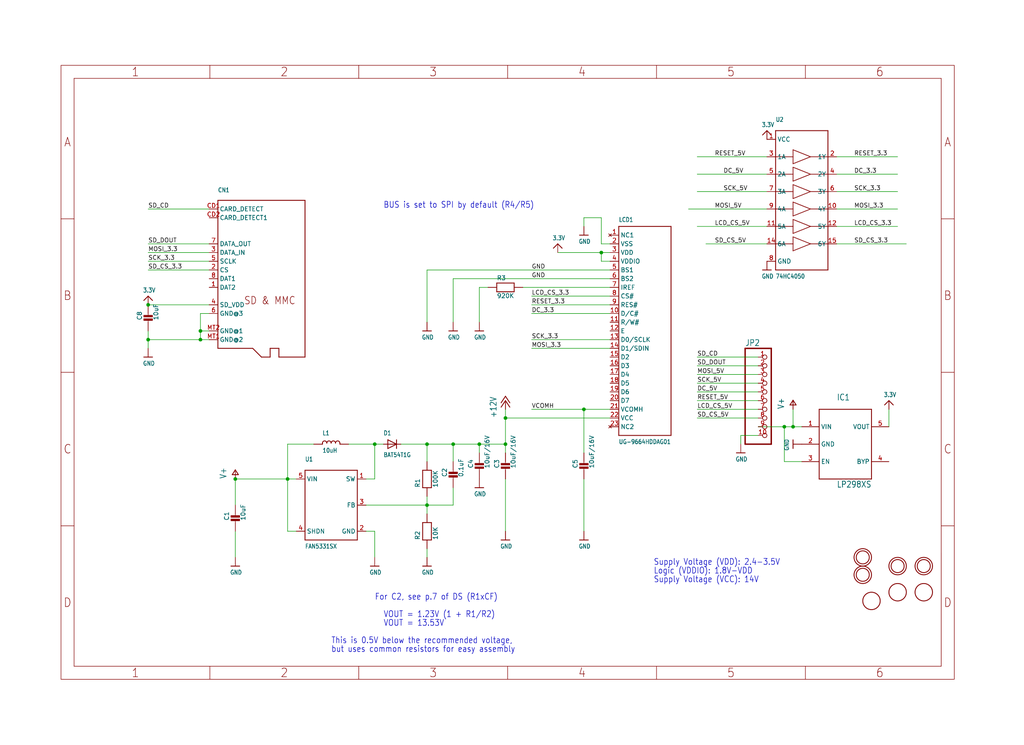
<source format=kicad_sch>
(kicad_sch (version 20230121) (generator eeschema)
  (paper "User" 298.45 217.322)
  (lib_symbols
    (symbol "working-eagle-import:+12V" (power)
      (property "Value" "+12V" (at -2.54 -5.08 90))
      (symbol "+12V_1_0"
        (polyline (pts (xy 0 0) (xy -1.27 -1.905)) (stroke (width 0.254)))
        (polyline (pts (xy 0 1.27) (xy -1.27 -0.635)) (stroke (width 0.254)))
        (polyline (pts (xy 1.27 -1.905) (xy 0 0)) (stroke (width 0.254)))
        (polyline (pts (xy 1.27 -0.635) (xy 0 1.27)) (stroke (width 0.254)))
        (pin power_in line (at 0 -2.54 90) (length 2.54) (name "+12V") (number "1"))
      )
    )
    (symbol "working-eagle-import:3.3V" (power)
      (property "Value" "3.3V" (at -1.524 1.016 0))
      (symbol "3.3V_1_0"
        (polyline (pts (xy -1.27 -1.27) (xy 0 0)) (stroke (width 0.254)))
        (polyline (pts (xy 0 0) (xy 1.27 -1.27)) (stroke (width 0.254)))
        (pin power_in line (at 0 -2.54 90) (length 2.54) (name "3.3V") (number "1"))
      )
    )
    (symbol "working-eagle-import:74HC4050D"
      (property "Reference" "U" (at -7.62 22.86 0))
      (symbol "74HC4050D_1_0"
        (polyline (pts (xy -7.62 -20.32) (xy -7.62 20.32)) (stroke (width 0.254)))
        (polyline (pts (xy -7.62 -12.7) (xy -2.54 -12.7)) (stroke (width 0.2032)))
        (polyline (pts (xy -7.62 -7.62) (xy -2.54 -7.62)) (stroke (width 0.2032)))
        (polyline (pts (xy -7.62 -2.54) (xy -2.54 -2.54)) (stroke (width 0.2032)))
        (polyline (pts (xy -7.62 2.54) (xy -2.54 2.54)) (stroke (width 0.2032)))
        (polyline (pts (xy -7.62 7.62) (xy -2.54 7.62)) (stroke (width 0.2032)))
        (polyline (pts (xy -7.62 12.7) (xy -2.54 12.7)) (stroke (width 0.2032)))
        (polyline (pts (xy -7.62 20.32) (xy 7.62 20.32)) (stroke (width 0.254)))
        (polyline (pts (xy -2.54 -14.732) (xy -2.54 -12.7)) (stroke (width 0.2032)))
        (polyline (pts (xy -2.54 -14.732) (xy 2.54 -12.7)) (stroke (width 0.2032)))
        (polyline (pts (xy -2.54 -12.7) (xy -2.54 -10.668)) (stroke (width 0.2032)))
        (polyline (pts (xy -2.54 -9.652) (xy -2.54 -7.62)) (stroke (width 0.2032)))
        (polyline (pts (xy -2.54 -9.652) (xy 2.54 -7.62)) (stroke (width 0.2032)))
        (polyline (pts (xy -2.54 -7.62) (xy -2.54 -5.588)) (stroke (width 0.2032)))
        (polyline (pts (xy -2.54 -4.572) (xy -2.54 -2.54)) (stroke (width 0.2032)))
        (polyline (pts (xy -2.54 -4.572) (xy 2.54 -2.54)) (stroke (width 0.2032)))
        (polyline (pts (xy -2.54 -2.54) (xy -2.54 -0.508)) (stroke (width 0.2032)))
        (polyline (pts (xy -2.54 0.508) (xy -2.54 2.54)) (stroke (width 0.2032)))
        (polyline (pts (xy -2.54 0.508) (xy 2.54 2.54)) (stroke (width 0.2032)))
        (polyline (pts (xy -2.54 2.54) (xy -2.54 4.572)) (stroke (width 0.2032)))
        (polyline (pts (xy -2.54 5.588) (xy -2.54 7.62)) (stroke (width 0.2032)))
        (polyline (pts (xy -2.54 5.588) (xy 2.54 7.62)) (stroke (width 0.2032)))
        (polyline (pts (xy -2.54 7.62) (xy -2.54 9.652)) (stroke (width 0.2032)))
        (polyline (pts (xy -2.54 10.668) (xy -2.54 12.7)) (stroke (width 0.2032)))
        (polyline (pts (xy -2.54 10.668) (xy 2.54 12.7)) (stroke (width 0.2032)))
        (polyline (pts (xy -2.54 12.7) (xy -2.54 14.732)) (stroke (width 0.2032)))
        (polyline (pts (xy 2.54 -12.7) (xy -2.54 -10.668)) (stroke (width 0.2032)))
        (polyline (pts (xy 2.54 -12.7) (xy 7.62 -12.7)) (stroke (width 0.2032)))
        (polyline (pts (xy 2.54 -7.62) (xy -2.54 -5.588)) (stroke (width 0.2032)))
        (polyline (pts (xy 2.54 -7.62) (xy 7.62 -7.62)) (stroke (width 0.2032)))
        (polyline (pts (xy 2.54 -2.54) (xy -2.54 -0.508)) (stroke (width 0.2032)))
        (polyline (pts (xy 2.54 -2.54) (xy 7.62 -2.54)) (stroke (width 0.2032)))
        (polyline (pts (xy 2.54 2.54) (xy -2.54 4.572)) (stroke (width 0.2032)))
        (polyline (pts (xy 2.54 2.54) (xy 7.62 2.54)) (stroke (width 0.2032)))
        (polyline (pts (xy 2.54 7.62) (xy -2.54 9.652)) (stroke (width 0.2032)))
        (polyline (pts (xy 2.54 7.62) (xy 7.62 7.62)) (stroke (width 0.2032)))
        (polyline (pts (xy 2.54 12.7) (xy -2.54 14.732)) (stroke (width 0.2032)))
        (polyline (pts (xy 2.54 12.7) (xy 7.62 12.7)) (stroke (width 0.2032)))
        (polyline (pts (xy 7.62 -20.32) (xy -7.62 -20.32)) (stroke (width 0.254)))
        (polyline (pts (xy 7.62 12.7) (xy 7.62 -20.32)) (stroke (width 0.254)))
        (polyline (pts (xy 7.62 20.32) (xy 7.62 12.7)) (stroke (width 0.254)))
        (pin bidirectional line (at -10.16 17.78 0) (length 2.54) (name "VCC") (number "1"))
        (pin bidirectional line (at 10.16 -2.54 180) (length 2.54) (name "4Y") (number "10"))
        (pin bidirectional line (at -10.16 -7.62 0) (length 2.54) (name "5A") (number "11"))
        (pin bidirectional line (at 10.16 -7.62 180) (length 2.54) (name "5Y") (number "12"))
        (pin bidirectional line (at -10.16 -12.7 0) (length 2.54) (name "6A") (number "14"))
        (pin bidirectional line (at 10.16 -12.7 180) (length 2.54) (name "6Y") (number "15"))
        (pin bidirectional line (at 10.16 12.7 180) (length 2.54) (name "1Y") (number "2"))
        (pin bidirectional line (at -10.16 12.7 0) (length 2.54) (name "1A") (number "3"))
        (pin bidirectional line (at 10.16 7.62 180) (length 2.54) (name "2Y") (number "4"))
        (pin bidirectional line (at -10.16 7.62 0) (length 2.54) (name "2A") (number "5"))
        (pin bidirectional line (at 10.16 2.54 180) (length 2.54) (name "3Y") (number "6"))
        (pin bidirectional line (at -10.16 2.54 0) (length 2.54) (name "3A") (number "7"))
        (pin bidirectional line (at -10.16 -17.78 0) (length 2.54) (name "GND") (number "8"))
        (pin bidirectional line (at -10.16 -2.54 0) (length 2.54) (name "4A") (number "9"))
      )
    )
    (symbol "working-eagle-import:CAP_CERAMIC0805"
      (property "Reference" "C" (at -1.79 0.54 90))
      (symbol "CAP_CERAMIC0805_1_0"
        (rectangle (start -1.27 0.508) (end 1.27 1.016) (fill (type outline)))
        (rectangle (start -1.27 1.524) (end 1.27 2.032) (fill (type outline)))
        (polyline (pts (xy 0 0.762) (xy 0 0)) (stroke (width 0.1524)))
        (polyline (pts (xy 0 2.54) (xy 0 1.778)) (stroke (width 0.1524)))
        (pin passive line (at 0 5.08 270) (length 2.54) (name "P$1") (number "1"))
        (pin passive line (at 0 -2.54 90) (length 2.54) (name "P$2") (number "2"))
      )
    )
    (symbol "working-eagle-import:DIODESOD-123"
      (property "Reference" "D" (at -2.54 2.54 0))
      (symbol "DIODESOD-123_1_0"
        (polyline (pts (xy -1.27 -1.27) (xy 1.27 0)) (stroke (width 0.254)))
        (polyline (pts (xy -1.27 1.27) (xy -1.27 -1.27)) (stroke (width 0.254)))
        (polyline (pts (xy 1.27 0) (xy -1.27 1.27)) (stroke (width 0.254)))
        (polyline (pts (xy 1.27 0) (xy 1.27 -1.27)) (stroke (width 0.254)))
        (polyline (pts (xy 1.27 1.27) (xy 1.27 0)) (stroke (width 0.254)))
        (pin passive line (at -2.54 0 0) (length 2.54) (name "A") (number "A"))
        (pin passive line (at 2.54 0 180) (length 2.54) (name "C") (number "C"))
      )
    )
    (symbol "working-eagle-import:DISP_OLED_UG-9664HDDAG01WRAPAROUND"
      (property "Reference" "LCD" (at -7.62 31.75 0))
      (symbol "DISP_OLED_UG-9664HDDAG01WRAPAROUND_1_0"
        (polyline (pts (xy -7.62 -30.48) (xy -7.62 30.48)) (stroke (width 0.254)))
        (polyline (pts (xy -7.62 30.48) (xy 7.62 30.48)) (stroke (width 0.254)))
        (polyline (pts (xy 7.62 -30.48) (xy -7.62 -30.48)) (stroke (width 0.254)))
        (polyline (pts (xy 7.62 30.48) (xy 7.62 -30.48)) (stroke (width 0.254)))
        (pin no_connect line (at -10.16 27.94 0) (length 2.54) (name "NC1") (number "1"))
        (pin bidirectional line (at -10.16 5.08 0) (length 2.54) (name "D/C#") (number "10"))
        (pin bidirectional line (at -10.16 2.54 0) (length 2.54) (name "R/W#") (number "11"))
        (pin bidirectional line (at -10.16 0 0) (length 2.54) (name "E") (number "12"))
        (pin bidirectional line (at -10.16 -2.54 0) (length 2.54) (name "D0/SCLK") (number "13"))
        (pin bidirectional line (at -10.16 -5.08 0) (length 2.54) (name "D1/SDIN") (number "14"))
        (pin bidirectional line (at -10.16 -7.62 0) (length 2.54) (name "D2") (number "15"))
        (pin bidirectional line (at -10.16 -10.16 0) (length 2.54) (name "D3") (number "16"))
        (pin bidirectional line (at -10.16 -12.7 0) (length 2.54) (name "D4") (number "17"))
        (pin bidirectional line (at -10.16 -15.24 0) (length 2.54) (name "D5") (number "18"))
        (pin bidirectional line (at -10.16 -17.78 0) (length 2.54) (name "D6") (number "19"))
        (pin bidirectional line (at -10.16 25.4 0) (length 2.54) (name "VSS") (number "2"))
        (pin bidirectional line (at -10.16 -20.32 0) (length 2.54) (name "D7") (number "20"))
        (pin bidirectional line (at -10.16 -22.86 0) (length 2.54) (name "VCOMH") (number "21"))
        (pin bidirectional line (at -10.16 -25.4 0) (length 2.54) (name "VCC") (number "22"))
        (pin no_connect line (at -10.16 -27.94 0) (length 2.54) (name "NC2") (number "23"))
        (pin bidirectional line (at -10.16 22.86 0) (length 2.54) (name "VDD") (number "3"))
        (pin bidirectional line (at -10.16 20.32 0) (length 2.54) (name "VDDIO") (number "4"))
        (pin bidirectional line (at -10.16 17.78 0) (length 2.54) (name "BS1") (number "5"))
        (pin bidirectional line (at -10.16 15.24 0) (length 2.54) (name "BS2") (number "6"))
        (pin bidirectional line (at -10.16 12.7 0) (length 2.54) (name "IREF") (number "7"))
        (pin bidirectional line (at -10.16 10.16 0) (length 2.54) (name "CS#") (number "8"))
        (pin bidirectional line (at -10.16 7.62 0) (length 2.54) (name "RES#") (number "9"))
      )
    )
    (symbol "working-eagle-import:FAN5331"
      (property "Reference" "U" (at -7.62 12.7 0))
      (symbol "FAN5331_1_0"
        (polyline (pts (xy -7.62 -10.16) (xy -7.62 10.16)) (stroke (width 0.254)))
        (polyline (pts (xy -7.62 10.16) (xy 7.62 10.16)) (stroke (width 0.254)))
        (polyline (pts (xy 7.62 -10.16) (xy -7.62 -10.16)) (stroke (width 0.254)))
        (polyline (pts (xy 7.62 10.16) (xy 7.62 -10.16)) (stroke (width 0.254)))
        (pin bidirectional line (at 10.16 7.62 180) (length 2.54) (name "SW") (number "1"))
        (pin bidirectional line (at 10.16 -7.62 180) (length 2.54) (name "GND") (number "2"))
        (pin bidirectional line (at 10.16 0 180) (length 2.54) (name "FB") (number "3"))
        (pin bidirectional line (at -10.16 -7.62 0) (length 2.54) (name "SHDN") (number "4"))
        (pin bidirectional line (at -10.16 7.62 0) (length 2.54) (name "VIN") (number "5"))
      )
    )
    (symbol "working-eagle-import:FIDUCIAL"
      (symbol "FIDUCIAL_1_0"
        (circle (center 0 0) (radius 2.54) (stroke (width 0.254)))
      )
    )
    (symbol "working-eagle-import:FRAME_A4"
      (symbol "FRAME_A4_1_0"
        (polyline (pts (xy 0 44.7675) (xy 3.81 44.7675)))
        (polyline (pts (xy 0 89.535) (xy 3.81 89.535)))
        (polyline (pts (xy 0 134.3025) (xy 3.81 134.3025)))
        (polyline (pts (xy 3.81 3.81) (xy 3.81 175.26)))
        (polyline (pts (xy 43.3917 0) (xy 43.3917 3.81)))
        (polyline (pts (xy 43.3917 175.26) (xy 43.3917 179.07)))
        (polyline (pts (xy 86.7833 0) (xy 86.7833 3.81)))
        (polyline (pts (xy 86.7833 175.26) (xy 86.7833 179.07)))
        (polyline (pts (xy 130.175 0) (xy 130.175 3.81)))
        (polyline (pts (xy 130.175 175.26) (xy 130.175 179.07)))
        (polyline (pts (xy 173.5667 0) (xy 173.5667 3.81)))
        (polyline (pts (xy 173.5667 175.26) (xy 173.5667 179.07)))
        (polyline (pts (xy 216.9583 0) (xy 216.9583 3.81)))
        (polyline (pts (xy 216.9583 175.26) (xy 216.9583 179.07)))
        (polyline (pts (xy 256.54 3.81) (xy 3.81 3.81)))
        (polyline (pts (xy 256.54 3.81) (xy 256.54 8.89)) (stroke (width 0.1016)))
        (polyline (pts (xy 256.54 3.81) (xy 256.54 175.26)))
        (polyline (pts (xy 256.54 8.89) (xy 256.54 13.97)) (stroke (width 0.1016)))
        (polyline (pts (xy 256.54 13.97) (xy 256.54 19.05)) (stroke (width 0.1016)))
        (polyline (pts (xy 256.54 19.05) (xy 256.54 36.83)) (stroke (width 0.1016)))
        (polyline (pts (xy 256.54 44.7675) (xy 260.35 44.7675)))
        (polyline (pts (xy 256.54 89.535) (xy 260.35 89.535)))
        (polyline (pts (xy 256.54 134.3025) (xy 260.35 134.3025)))
        (polyline (pts (xy 256.54 175.26) (xy 3.81 175.26)))
        (polyline (pts (xy 0 0) (xy 260.35 0) (xy 260.35 179.07) (xy 0 179.07) (xy 0 0)))
        (text "1" (at 21.6958 1.905 0) (effects (font (size 2.54 2.286))))
        (text "1" (at 21.6958 177.165 0) (effects (font (size 2.54 2.286))))
        (text "2" (at 65.0875 1.905 0) (effects (font (size 2.54 2.286))))
        (text "2" (at 65.0875 177.165 0) (effects (font (size 2.54 2.286))))
        (text "3" (at 108.4792 1.905 0) (effects (font (size 2.54 2.286))))
        (text "3" (at 108.4792 177.165 0) (effects (font (size 2.54 2.286))))
        (text "4" (at 151.8708 1.905 0) (effects (font (size 2.54 2.286))))
        (text "4" (at 151.8708 177.165 0) (effects (font (size 2.54 2.286))))
        (text "5" (at 195.2625 1.905 0) (effects (font (size 2.54 2.286))))
        (text "5" (at 195.2625 177.165 0) (effects (font (size 2.54 2.286))))
        (text "6" (at 238.6542 1.905 0) (effects (font (size 2.54 2.286))))
        (text "6" (at 238.6542 177.165 0) (effects (font (size 2.54 2.286))))
        (text "A" (at 1.905 156.6863 0) (effects (font (size 2.54 2.286))))
        (text "A" (at 258.445 156.6863 0) (effects (font (size 2.54 2.286))))
        (text "B" (at 1.905 111.9188 0) (effects (font (size 2.54 2.286))))
        (text "B" (at 258.445 111.9188 0) (effects (font (size 2.54 2.286))))
        (text "C" (at 1.905 67.1513 0) (effects (font (size 2.54 2.286))))
        (text "C" (at 258.445 67.1513 0) (effects (font (size 2.54 2.286))))
        (text "D" (at 1.905 22.3838 0) (effects (font (size 2.54 2.286))))
        (text "D" (at 258.445 22.3838 0) (effects (font (size 2.54 2.286))))
      )
      (symbol "FRAME_A4_2_0"
        (polyline (pts (xy 1.27 -6.35) (xy 1.27 0)) (stroke (width 0.1016)))
        (polyline (pts (xy 1.27 0) (xy 82.55 0)) (stroke (width 0.1016)))
        (polyline (pts (xy 82.55 -6.35) (xy 1.27 -6.35)) (stroke (width 0.1016)))
        (polyline (pts (xy 82.55 0) (xy 82.55 -6.35)) (stroke (width 0.1016)))
        (text "PART OR WHOLE IS STRICTLY PROHIBITED WITHOUT WRITTEN PERMISSION!" (at 3.81 -5.08 0) (effects (font (size 1.27 1.0795)) (justify left bottom)))
        (text "PROPRIETARY" (at 3.81 -10.16 0) (effects (font (size 2.54 2.159) (thickness 0.4318) bold) (justify left bottom)))
        (text "THIS DRAWING CONTAINS CONFIDENTIAL INFORMATION. ANY REPRODUCTION IN" (at 3.81 -2.794 0) (effects (font (size 1.27 1.0795)) (justify left bottom)))
      )
      (symbol "FRAME_A4_3_0"
        (polyline (pts (xy 0 1.27) (xy 20.32 1.27)) (stroke (width 0.6096)))
        (polyline (pts (xy 0 10.16) (xy 0 1.27)) (stroke (width 0.6096)))
        (polyline (pts (xy 0 10.16) (xy 20.32 10.16)) (stroke (width 0.3048)))
        (polyline (pts (xy 0 19.05) (xy 0 10.16)) (stroke (width 0.6096)))
        (polyline (pts (xy 0 19.05) (xy 20.32 19.05)) (stroke (width 0.3048)))
        (polyline (pts (xy 0 27.94) (xy 0 19.05)) (stroke (width 0.6096)))
        (polyline (pts (xy 0 27.94) (xy 20.32 27.94)) (stroke (width 0.3048)))
        (polyline (pts (xy 0 34.29) (xy 0 27.94)) (stroke (width 0.6096)))
        (polyline (pts (xy 20.32 1.27) (xy 20.32 6.35)) (stroke (width 0.3048)))
        (polyline (pts (xy 20.32 1.27) (xy 95.885 1.27)) (stroke (width 0.6096)))
        (polyline (pts (xy 20.32 6.35) (xy 20.32 10.16)) (stroke (width 0.3048)))
        (polyline (pts (xy 20.32 6.35) (xy 88.9 6.35)) (stroke (width 0.3048)))
        (polyline (pts (xy 20.32 10.16) (xy 20.32 19.05)) (stroke (width 0.3048)))
        (polyline (pts (xy 20.32 16.51) (xy 20.32 19.05)) (stroke (width 0.3048)))
        (polyline (pts (xy 20.32 19.05) (xy 20.32 27.94)) (stroke (width 0.3048)))
        (polyline (pts (xy 20.32 27.94) (xy 20.32 34.29)) (stroke (width 0.3048)))
        (polyline (pts (xy 20.32 27.94) (xy 65.0875 27.94)) (stroke (width 0.3048)))
        (polyline (pts (xy 20.32 34.29) (xy 0 34.29)) (stroke (width 0.6096)))
        (polyline (pts (xy 65.0875 27.94) (xy 106.045 27.94)) (stroke (width 0.3048)))
        (polyline (pts (xy 65.0875 34.29) (xy 20.32 34.29)) (stroke (width 0.6096)))
        (polyline (pts (xy 88.9 6.35) (xy 95.885 6.35)) (stroke (width 0.3048)))
        (polyline (pts (xy 88.9 16.51) (xy 20.32 16.51)) (stroke (width 0.3048)))
        (polyline (pts (xy 88.9 16.51) (xy 88.9 6.35)) (stroke (width 0.3048)))
        (polyline (pts (xy 95.885 1.27) (xy 121.92 1.27)) (stroke (width 0.6096)))
        (polyline (pts (xy 95.885 6.35) (xy 95.885 1.27)) (stroke (width 0.3048)))
        (polyline (pts (xy 95.885 6.35) (xy 121.92 6.35)) (stroke (width 0.3048)))
        (polyline (pts (xy 101.6 13.0175) (xy 102.5525 13.0175)) (stroke (width 0.254)))
        (polyline (pts (xy 106.045 27.94) (xy 106.045 34.29)) (stroke (width 0.3048)))
        (polyline (pts (xy 106.045 27.94) (xy 110.49 27.94)) (stroke (width 0.3048)))
        (polyline (pts (xy 106.045 34.29) (xy 65.0875 34.29)) (stroke (width 0.6096)))
        (polyline (pts (xy 110.49 16.51) (xy 88.9 16.51)) (stroke (width 0.3048)))
        (polyline (pts (xy 110.49 27.94) (xy 110.49 16.51)) (stroke (width 0.3048)))
        (polyline (pts (xy 110.49 27.94) (xy 113.03 27.94)) (stroke (width 0.3048)))
        (polyline (pts (xy 113.03 27.94) (xy 121.92 27.94)) (stroke (width 0.3048)))
        (polyline (pts (xy 113.03 34.29) (xy 106.045 34.29)) (stroke (width 0.6096)))
        (polyline (pts (xy 121.92 6.35) (xy 121.92 1.27)) (stroke (width 0.6096)))
        (polyline (pts (xy 121.92 16.51) (xy 110.49 16.51)) (stroke (width 0.3048)))
        (polyline (pts (xy 121.92 16.51) (xy 121.92 6.35)) (stroke (width 0.6096)))
        (polyline (pts (xy 121.92 27.94) (xy 121.92 16.51)) (stroke (width 0.6096)))
        (polyline (pts (xy 121.92 34.29) (xy 113.03 34.29)) (stroke (width 0.6096)))
        (polyline (pts (xy 121.92 34.29) (xy 121.92 27.94)) (stroke (width 0.6096)))
        (circle (center 109.5375 31.115) (radius 1.4199) (stroke (width 0.254)))
        (text "${#}/${##}" (at 109.22 2.54 0) (effects (font (size 2.54 2.54)) (justify left bottom)))
        (text "${CHECKED}" (at 2.54 11.43 0) (effects (font (size 1.778 1.5113)) (justify left bottom)))
        (text "${COMPANY}" (at 23.6538 29.3687 0) (effects (font (size 3.175 2.6987) (thickness 0.5397) bold) (justify left bottom)))
        (text "${CURRENT_DATE}" (at 33.02 8.89 0) (effects (font (size 2.54 2.159)) (justify left bottom)))
        (text "${DATE}" (at 2.54 2.54 0) (effects (font (size 1.778 1.5113)) (justify left bottom)))
        (text "${DRAWN}" (at 2.54 20.32 0) (effects (font (size 1.778 1.5113)) (justify left bottom)))
        (text "${DRGNO}" (at 91.44 8.89 0) (effects (font (size 2.1844 1.8567)) (justify left bottom)))
        (text "${PROJECTNAME}" (at 33.3375 2.54 0) (effects (font (size 2.54 2.159)) (justify left bottom)))
        (text "${REV}" (at 114.3 18.415 0) (effects (font (size 3.81 3.2385)) (justify left bottom)))
        (text "2013" (at 112.7125 30.1625 0) (effects (font (size 1.778 1.5113)) (justify left bottom)))
        (text "C" (at 109.0612 30.48 0) (effects (font (size 1.27 1.0795)) (justify left bottom)))
        (text "CHECKED" (at 1.27 15.875 0) (effects (font (size 1.778 1.5113)) (justify left bottom)))
        (text "DATE" (at 1.27 6.985 0) (effects (font (size 1.778 1.5113)) (justify left bottom)))
        (text "DATE" (at 21.59 12.7 0) (effects (font (size 2.54 2.54)) (justify left bottom)))
        (text "DRAWN" (at 1.27 24.765 0) (effects (font (size 1.778 1.5113)) (justify left bottom)))
        (text "DRG" (at 90.17 12.7 0) (effects (font (size 2.54 2.54)) (justify left bottom)))
        (text "FILE:" (at 21.59 2.54 0) (effects (font (size 2.54 2.54)) (justify left bottom)))
        (text "ISSUE" (at 5.3975 30.1625 0) (effects (font (size 1.9304 1.6408)) (justify left bottom)))
        (text "N" (at 98.7425 12.7 0) (effects (font (size 2.54 2.54)) (justify left bottom)))
        (text "o" (at 101.2825 13.6525 0) (effects (font (size 2.1844 1.8567)) (justify left bottom)))
        (text "PAGE:" (at 97.155 2.54 0) (effects (font (size 2.54 2.54)) (justify left bottom)))
        (text "REV" (at 112.7125 24.13 0) (effects (font (size 2.54 2.54)) (justify left bottom)))
        (text "TITLE" (at 21.59 24.13 0) (effects (font (size 2.54 2.54)) (justify left bottom)))
      )
    )
    (symbol "working-eagle-import:GND" (power)
      (property "Value" "GND" (at -1.524 -2.54 0))
      (symbol "GND_1_0"
        (polyline (pts (xy -1.27 0) (xy 1.27 0)) (stroke (width 0.254)))
        (pin power_in line (at 0 2.54 270) (length 2.54) (name "GND") (number "1"))
      )
    )
    (symbol "working-eagle-import:HEADER-1X10THICKER"
      (property "Reference" "JP" (at -6.35 13.335 0))
      (symbol "HEADER-1X10THICKER_1_0"
        (polyline (pts (xy -6.35 -15.24) (xy 1.27 -15.24)) (stroke (width 0.4064)))
        (polyline (pts (xy -6.35 12.7) (xy -6.35 -15.24)) (stroke (width 0.4064)))
        (polyline (pts (xy 1.27 -15.24) (xy 1.27 12.7)) (stroke (width 0.4064)))
        (polyline (pts (xy 1.27 12.7) (xy -6.35 12.7)) (stroke (width 0.4064)))
        (pin passive inverted (at -2.54 10.16 0) (length 2.54) (name "1") (number "1"))
        (pin passive inverted (at -2.54 -12.7 0) (length 2.54) (name "10") (number "10"))
        (pin passive inverted (at -2.54 7.62 0) (length 2.54) (name "2") (number "2"))
        (pin passive inverted (at -2.54 5.08 0) (length 2.54) (name "3") (number "3"))
        (pin passive inverted (at -2.54 2.54 0) (length 2.54) (name "4") (number "4"))
        (pin passive inverted (at -2.54 0 0) (length 2.54) (name "5") (number "5"))
        (pin passive inverted (at -2.54 -2.54 0) (length 2.54) (name "6") (number "6"))
        (pin passive inverted (at -2.54 -5.08 0) (length 2.54) (name "7") (number "7"))
        (pin passive inverted (at -2.54 -7.62 0) (length 2.54) (name "8") (number "8"))
        (pin passive inverted (at -2.54 -10.16 0) (length 2.54) (name "9") (number "9"))
      )
    )
    (symbol "working-eagle-import:INDUCTOR"
      (property "Reference" "L" (at -2.54 2.54 0))
      (symbol "INDUCTOR_1_0"
        (arc (start -1.27 0.3173) (mid -1.9049 0.9497) (end -2.54 0.3175) (stroke (width 0.254)))
        (polyline (pts (xy -2.54 0.3175) (xy -2.54 0)) (stroke (width 0.254)))
        (polyline (pts (xy 2.54 0.3175) (xy 2.54 0)) (stroke (width 0.254)))
        (arc (start 0 0.3173) (mid -0.6349 0.9497) (end -1.27 0.3175) (stroke (width 0.254)))
        (arc (start 1.27 0.3173) (mid 0.6351 0.9497) (end 0 0.3175) (stroke (width 0.254)))
        (arc (start 2.54 0.3173) (mid 1.9051 0.9497) (end 1.27 0.3175) (stroke (width 0.254)))
        (pin passive line (at -5.08 0 0) (length 2.54) (name "1") (number "P$1"))
        (pin passive line (at 5.08 0 180) (length 2.54) (name "2") (number "P$2"))
      )
    )
    (symbol "working-eagle-import:LP298XS"
      (property "Reference" "IC" (at -12.7 -5.08 90))
      (symbol "LP298XS_1_0"
        (polyline (pts (xy -10.16 -10.16) (xy 10.16 -10.16)) (stroke (width 0.254)))
        (polyline (pts (xy -10.16 5.08) (xy -10.16 -10.16)) (stroke (width 0.254)))
        (polyline (pts (xy 10.16 -10.16) (xy 10.16 5.08)) (stroke (width 0.254)))
        (polyline (pts (xy 10.16 5.08) (xy -10.16 5.08)) (stroke (width 0.254)))
        (pin bidirectional line (at -5.08 -15.24 90) (length 5.08) (name "VIN") (number "1"))
        (pin bidirectional line (at 0 -15.24 90) (length 5.08) (name "GND") (number "2"))
        (pin bidirectional line (at 5.08 -15.24 90) (length 5.08) (name "EN") (number "3"))
        (pin bidirectional line (at 5.08 10.16 270) (length 5.08) (name "BYP") (number "4"))
        (pin bidirectional line (at -5.08 10.16 270) (length 5.08) (name "VOUT") (number "5"))
      )
    )
    (symbol "working-eagle-import:MICROSD"
      (property "Reference" "X" (at -12.7 22.606 0))
      (symbol "MICROSD_1_0"
        (polyline (pts (xy -12.7 -22.86) (xy -2.54 -22.86)) (stroke (width 0.254)))
        (polyline (pts (xy -12.7 20.32) (xy -12.7 -22.86)) (stroke (width 0.254)))
        (polyline (pts (xy -2.54 -22.86) (xy 0 -25.4)) (stroke (width 0.254)))
        (polyline (pts (xy 0 -25.4) (xy 2.54 -25.4)) (stroke (width 0.254)))
        (polyline (pts (xy 2.54 -25.4) (xy 2.54 -22.86)) (stroke (width 0.254)))
        (polyline (pts (xy 2.54 -22.86) (xy 5.08 -22.86)) (stroke (width 0.254)))
        (polyline (pts (xy 5.08 -25.4) (xy 12.7 -25.4)) (stroke (width 0.254)))
        (polyline (pts (xy 5.08 -22.86) (xy 5.08 -25.4)) (stroke (width 0.254)))
        (polyline (pts (xy 12.7 -25.4) (xy 12.7 20.32)) (stroke (width 0.254)))
        (polyline (pts (xy 12.7 20.32) (xy -12.7 20.32)) (stroke (width 0.254)))
        (text "SD & MMC" (at -5.08 -10.16 0) (effects (font (size 2.1844 1.8567)) (justify left bottom)))
        (pin bidirectional line (at -15.24 -5.08 0) (length 2.54) (name "DAT2") (number "1"))
        (pin input line (at -15.24 0 0) (length 2.54) (name "CS") (number "2"))
        (pin input line (at -15.24 5.08 0) (length 2.54) (name "DATA_IN") (number "3"))
        (pin power_in line (at -15.24 -10.16 0) (length 2.54) (name "SD_VDD") (number "4"))
        (pin input line (at -15.24 2.54 0) (length 2.54) (name "SCLK") (number "5"))
        (pin power_in line (at -15.24 -12.7 0) (length 2.54) (name "GND@3") (number "6"))
        (pin output line (at -15.24 7.62 0) (length 2.54) (name "DATA_OUT") (number "7"))
        (pin bidirectional line (at -15.24 -2.54 0) (length 2.54) (name "DAT1") (number "8"))
        (pin passive line (at -15.24 17.78 0) (length 2.54) (name "CARD_DETECT") (number "CD1"))
        (pin passive line (at -15.24 15.24 0) (length 2.54) (name "CARD_DETECT1") (number "CD2"))
        (pin power_in line (at -15.24 -20.32 0) (length 2.54) (name "GND@2") (number "MT1"))
        (pin power_in line (at -15.24 -17.78 0) (length 2.54) (name "GND@1") (number "MT2"))
      )
    )
    (symbol "working-eagle-import:MOUNTINGHOLE2.5"
      (symbol "MOUNTINGHOLE2.5_1_0"
        (circle (center 0 0) (radius 1.905) (stroke (width 0.254)))
        (circle (center 0 0) (radius 2.54) (stroke (width 0.254)))
      )
    )
    (symbol "working-eagle-import:RESISTOR0805"
      (property "Reference" "R" (at -2.54 2.032 0))
      (symbol "RESISTOR0805_1_0"
        (polyline (pts (xy -2.54 -1.27) (xy -2.54 1.27)) (stroke (width 0.254)))
        (polyline (pts (xy -2.54 1.27) (xy 2.54 1.27)) (stroke (width 0.254)))
        (polyline (pts (xy 2.54 -1.27) (xy -2.54 -1.27)) (stroke (width 0.254)))
        (polyline (pts (xy 2.54 1.27) (xy 2.54 -1.27)) (stroke (width 0.254)))
        (pin passive line (at -5.08 0 0) (length 2.54) (name "1") (number "1"))
        (pin passive line (at 5.08 0 180) (length 2.54) (name "2") (number "2"))
      )
    )
    (symbol "working-eagle-import:V+" (power)
      (property "Value" "V+" (at -2.54 -2.54 90))
      (symbol "V+_1_0"
        (polyline (pts (xy -0.889 -1.27) (xy 0.889 -1.27)) (stroke (width 0.254)))
        (polyline (pts (xy 0 0.127) (xy -0.889 -1.27)) (stroke (width 0.254)))
        (polyline (pts (xy 0.889 -1.27) (xy 0 0.127)) (stroke (width 0.254)))
        (pin power_in line (at 0 -2.54 90) (length 2.54) (name "V+") (number "1"))
      )
    )
  )
  (junction (at 124.46 129.54))
  (junction (at 124.46 147.32))
  (junction (at 231.14 124.46))
  (junction (at 228.6 124.46))
  (junction (at 147.32 129.54))
  (junction (at 83.82 139.7))
  (junction (at 132.08 129.54))
  (junction (at 43.18 88.9))
  (junction (at 58.42 99.06))
  (junction (at 147.32 121.92))
  (junction (at 68.58 139.7))
  (junction (at 175.26 73.66))
  (junction (at 170.18 119.38))
  (junction (at 109.22 129.54))
  (junction (at 43.18 99.06))
  (junction (at 139.7 129.54))
  (junction (at 58.42 96.52))
  (wire (pts (xy 132.08 81.28) (xy 132.08 93.98)) (stroke (width 0.1524)))
  (wire (pts (xy 175.26 71.12) (xy 175.26 63.5)) (stroke (width 0.1524)))
  (wire (pts (xy 220.98 121.92) (xy 203.2 121.92)) (stroke (width 0.1524)))
  (wire (pts (xy 223.52 45.72) (xy 203.2 45.72)) (stroke (width 0.1524)))
  (wire (pts (xy 228.6 134.62) (xy 228.6 124.46)) (stroke (width 0.1524)))
  (wire (pts (xy 177.8 99.06) (xy 154.94 99.06)) (stroke (width 0.1524)))
  (wire (pts (xy 228.6 124.46) (xy 231.14 124.46)) (stroke (width 0.1524)))
  (wire (pts (xy 60.96 88.9) (xy 43.18 88.9)) (stroke (width 0.1524)))
  (wire (pts (xy 177.8 83.82) (xy 152.4 83.82)) (stroke (width 0.1524)))
  (wire (pts (xy 124.46 129.54) (xy 132.08 129.54)) (stroke (width 0.1524)))
  (wire (pts (xy 243.84 45.72) (xy 261.62 45.72)) (stroke (width 0.1524)))
  (wire (pts (xy 43.18 99.06) (xy 43.18 101.6)) (stroke (width 0.1524)))
  (wire (pts (xy 60.96 96.52) (xy 58.42 96.52)) (stroke (width 0.1524)))
  (wire (pts (xy 58.42 96.52) (xy 58.42 99.06)) (stroke (width 0.1524)))
  (wire (pts (xy 83.82 154.94) (xy 83.82 139.7)) (stroke (width 0.1524)))
  (wire (pts (xy 124.46 129.54) (xy 124.46 134.62)) (stroke (width 0.1524)))
  (wire (pts (xy 220.98 127) (xy 215.9 127)) (stroke (width 0.1524)))
  (wire (pts (xy 170.18 119.38) (xy 170.18 132.08)) (stroke (width 0.1524)))
  (wire (pts (xy 170.18 139.7) (xy 170.18 154.94)) (stroke (width 0.1524)))
  (wire (pts (xy 83.82 139.7) (xy 83.82 129.54)) (stroke (width 0.1524)))
  (wire (pts (xy 86.36 154.94) (xy 83.82 154.94)) (stroke (width 0.1524)))
  (wire (pts (xy 58.42 99.06) (xy 43.18 99.06)) (stroke (width 0.1524)))
  (wire (pts (xy 223.52 55.88) (xy 203.2 55.88)) (stroke (width 0.1524)))
  (wire (pts (xy 86.36 139.7) (xy 83.82 139.7)) (stroke (width 0.1524)))
  (wire (pts (xy 231.14 119.38) (xy 231.14 124.46)) (stroke (width 0.1524)))
  (wire (pts (xy 175.26 73.66) (xy 162.56 73.66)) (stroke (width 0.1524)))
  (wire (pts (xy 147.32 129.54) (xy 147.32 121.92)) (stroke (width 0.1524)))
  (wire (pts (xy 124.46 147.32) (xy 124.46 144.78)) (stroke (width 0.1524)))
  (wire (pts (xy 177.8 119.38) (xy 170.18 119.38)) (stroke (width 0.1524)))
  (wire (pts (xy 116.84 129.54) (xy 124.46 129.54)) (stroke (width 0.1524)))
  (wire (pts (xy 139.7 129.54) (xy 139.7 132.08)) (stroke (width 0.1524)))
  (wire (pts (xy 177.8 73.66) (xy 175.26 73.66)) (stroke (width 0.1524)))
  (wire (pts (xy 60.96 99.06) (xy 58.42 99.06)) (stroke (width 0.1524)))
  (wire (pts (xy 170.18 119.38) (xy 154.94 119.38)) (stroke (width 0.1524)))
  (wire (pts (xy 175.26 76.2) (xy 175.26 73.66)) (stroke (width 0.1524)))
  (wire (pts (xy 220.98 119.38) (xy 203.2 119.38)) (stroke (width 0.1524)))
  (wire (pts (xy 220.98 124.46) (xy 228.6 124.46)) (stroke (width 0.1524)))
  (wire (pts (xy 132.08 147.32) (xy 132.08 142.24)) (stroke (width 0.1524)))
  (wire (pts (xy 139.7 83.82) (xy 139.7 93.98)) (stroke (width 0.1524)))
  (wire (pts (xy 142.24 83.82) (xy 139.7 83.82)) (stroke (width 0.1524)))
  (wire (pts (xy 60.96 78.74) (xy 43.18 78.74)) (stroke (width 0.1524)))
  (wire (pts (xy 60.96 73.66) (xy 43.18 73.66)) (stroke (width 0.1524)))
  (wire (pts (xy 215.9 127) (xy 215.9 129.54)) (stroke (width 0.1524)))
  (wire (pts (xy 109.22 129.54) (xy 109.22 139.7)) (stroke (width 0.1524)))
  (wire (pts (xy 60.96 91.44) (xy 58.42 91.44)) (stroke (width 0.1524)))
  (wire (pts (xy 220.98 111.76) (xy 203.2 111.76)) (stroke (width 0.1524)))
  (wire (pts (xy 177.8 81.28) (xy 132.08 81.28)) (stroke (width 0.1524)))
  (wire (pts (xy 132.08 129.54) (xy 139.7 129.54)) (stroke (width 0.1524)))
  (wire (pts (xy 68.58 139.7) (xy 68.58 147.32)) (stroke (width 0.1524)))
  (wire (pts (xy 177.8 88.9) (xy 154.94 88.9)) (stroke (width 0.1524)))
  (wire (pts (xy 177.8 78.74) (xy 124.46 78.74)) (stroke (width 0.1524)))
  (wire (pts (xy 243.84 66.04) (xy 261.62 66.04)) (stroke (width 0.1524)))
  (wire (pts (xy 233.68 134.62) (xy 228.6 134.62)) (stroke (width 0.1524)))
  (wire (pts (xy 60.96 71.12) (xy 43.18 71.12)) (stroke (width 0.1524)))
  (wire (pts (xy 139.7 129.54) (xy 147.32 129.54)) (stroke (width 0.1524)))
  (wire (pts (xy 43.18 96.52) (xy 43.18 99.06)) (stroke (width 0.1524)))
  (wire (pts (xy 170.18 63.5) (xy 170.18 66.04)) (stroke (width 0.1524)))
  (wire (pts (xy 147.32 121.92) (xy 147.32 119.38)) (stroke (width 0.1524)))
  (wire (pts (xy 220.98 116.84) (xy 203.2 116.84)) (stroke (width 0.1524)))
  (wire (pts (xy 200.66 60.96) (xy 223.52 60.96)) (stroke (width 0.1524)))
  (wire (pts (xy 220.98 109.22) (xy 203.2 109.22)) (stroke (width 0.1524)))
  (wire (pts (xy 124.46 78.74) (xy 124.46 93.98)) (stroke (width 0.1524)))
  (wire (pts (xy 220.98 114.3) (xy 203.2 114.3)) (stroke (width 0.1524)))
  (wire (pts (xy 243.84 55.88) (xy 261.62 55.88)) (stroke (width 0.1524)))
  (wire (pts (xy 109.22 154.94) (xy 109.22 162.56)) (stroke (width 0.1524)))
  (wire (pts (xy 124.46 160.02) (xy 124.46 162.56)) (stroke (width 0.1524)))
  (wire (pts (xy 106.68 154.94) (xy 109.22 154.94)) (stroke (width 0.1524)))
  (wire (pts (xy 223.52 66.04) (xy 203.2 66.04)) (stroke (width 0.1524)))
  (wire (pts (xy 220.98 104.14) (xy 203.2 104.14)) (stroke (width 0.1524)))
  (wire (pts (xy 243.84 60.96) (xy 261.62 60.96)) (stroke (width 0.1524)))
  (wire (pts (xy 132.08 134.62) (xy 132.08 129.54)) (stroke (width 0.1524)))
  (wire (pts (xy 177.8 86.36) (xy 154.94 86.36)) (stroke (width 0.1524)))
  (wire (pts (xy 243.84 50.8) (xy 261.62 50.8)) (stroke (width 0.1524)))
  (wire (pts (xy 175.26 63.5) (xy 170.18 63.5)) (stroke (width 0.1524)))
  (wire (pts (xy 220.98 106.68) (xy 203.2 106.68)) (stroke (width 0.1524)))
  (wire (pts (xy 58.42 91.44) (xy 58.42 96.52)) (stroke (width 0.1524)))
  (wire (pts (xy 106.68 147.32) (xy 124.46 147.32)) (stroke (width 0.1524)))
  (wire (pts (xy 109.22 129.54) (xy 111.76 129.54)) (stroke (width 0.1524)))
  (wire (pts (xy 231.14 124.46) (xy 233.68 124.46)) (stroke (width 0.1524)))
  (wire (pts (xy 124.46 149.86) (xy 124.46 147.32)) (stroke (width 0.1524)))
  (wire (pts (xy 223.52 71.12) (xy 205.74 71.12)) (stroke (width 0.1524)))
  (wire (pts (xy 177.8 76.2) (xy 175.26 76.2)) (stroke (width 0.1524)))
  (wire (pts (xy 243.84 71.12) (xy 264.16 71.12)) (stroke (width 0.1524)))
  (wire (pts (xy 109.22 139.7) (xy 106.68 139.7)) (stroke (width 0.1524)))
  (wire (pts (xy 83.82 129.54) (xy 91.44 129.54)) (stroke (width 0.1524)))
  (wire (pts (xy 147.32 129.54) (xy 147.32 132.08)) (stroke (width 0.1524)))
  (wire (pts (xy 177.8 91.44) (xy 154.94 91.44)) (stroke (width 0.1524)))
  (wire (pts (xy 101.6 129.54) (xy 109.22 129.54)) (stroke (width 0.1524)))
  (wire (pts (xy 177.8 101.6) (xy 154.94 101.6)) (stroke (width 0.1524)))
  (wire (pts (xy 60.96 60.96) (xy 43.18 60.96)) (stroke (width 0.1524)))
  (wire (pts (xy 177.8 71.12) (xy 175.26 71.12)) (stroke (width 0.1524)))
  (wire (pts (xy 83.82 139.7) (xy 68.58 139.7)) (stroke (width 0.1524)))
  (wire (pts (xy 259.08 119.38) (xy 259.08 124.46)) (stroke (width 0.1524)))
  (wire (pts (xy 124.46 147.32) (xy 132.08 147.32)) (stroke (width 0.1524)))
  (wire (pts (xy 147.32 121.92) (xy 177.8 121.92)) (stroke (width 0.1524)))
  (wire (pts (xy 68.58 154.94) (xy 68.58 162.56)) (stroke (width 0.1524)))
  (wire (pts (xy 203.2 50.8) (xy 223.52 50.8)) (stroke (width 0.1524)))
  (wire (pts (xy 147.32 139.7) (xy 147.32 154.94)) (stroke (width 0.1524)))
  (wire (pts (xy 60.96 76.2) (xy 43.18 76.2)) (stroke (width 0.1524)))
  (text "For C2, see p.7 of DS (R1xCF)" (at 109.22 175.26 0) (effects (font (size 1.778 1.5113)) (justify left bottom)))
  (text "VOUT = 13.53V" (at 111.76 182.88 0) (effects (font (size 1.778 1.5113)) (justify left bottom)))
  (text "BUS is set to SPI by default (R4/R5)" (at 111.76 60.96 0) (effects (font (size 1.778 1.5113)) (justify left bottom)))
  (text "Supply Voltage (VCC): 14V" (at 190.5 170.18 0) (effects (font (size 1.778 1.5113)) (justify left bottom)))
  (text "This is 0.5V below the recommended voltage," (at 96.52 187.96 0) (effects (font (size 1.778 1.5113)) (justify left bottom)))
  (text "Logic (VDDIO): 1.8V-VDD" (at 190.5 167.64 0) (effects (font (size 1.778 1.5113)) (justify left bottom)))
  (text "VOUT = 1.23V (1 + R1/R2)" (at 111.76 180.34 0) (effects (font (size 1.778 1.5113)) (justify left bottom)))
  (text "but uses common resistors for easy assembly" (at 96.52 190.5 0) (effects (font (size 1.778 1.5113)) (justify left bottom)))
  (text "Supply Voltage (VDD): 2.4-3.5V" (at 190.5 165.1 0) (effects (font (size 1.778 1.5113)) (justify left bottom)))
  (label "DC_5V" (at 210.82 50.8 0) (effects (font (size 1.2446 1.2446))))
  (label "VCOMH" (at 154.94 119.38 0) (effects (font (size 1.2446 1.2446))))
  (label "RESET_3.3" (at 248.92 45.72 0) (effects (font (size 1.2446 1.2446))))
  (label "RESET_5V" (at 208.28 45.72 0) (effects (font (size 1.2446 1.2446))))
  (label "RESET_5V" (at 203.2 116.84 0) (effects (font (size 1.2446 1.2446))))
  (label "SCK_5V" (at 210.82 55.88 0) (effects (font (size 1.2446 1.2446))))
  (label "MOSI_3.3" (at 248.92 60.96 0) (effects (font (size 1.2446 1.2446))))
  (label "SCK_3.3" (at 154.94 99.06 0) (effects (font (size 1.2446 1.2446))))
  (label "SCK_5V" (at 203.2 111.76 0) (effects (font (size 1.2446 1.2446))))
  (label "MOSI_3.3" (at 154.94 101.6 0) (effects (font (size 1.2446 1.2446))))
  (label "DC_3.3" (at 248.92 50.8 0) (effects (font (size 1.2446 1.2446))))
  (label "SCK_3.3" (at 43.18 76.2 0) (effects (font (size 1.2446 1.2446))))
  (label "SD_CS_3.3" (at 43.18 78.74 0) (effects (font (size 1.2446 1.2446))))
  (label "LCD_CS_3.3" (at 248.92 66.04 0) (effects (font (size 1.2446 1.2446))))
  (label "SCK_3.3" (at 248.92 55.88 0) (effects (font (size 1.2446 1.2446))))
  (label "SD_CS_5V" (at 208.28 71.12 0) (effects (font (size 1.2446 1.2446))))
  (label "MOSI_3.3" (at 43.18 73.66 0) (effects (font (size 1.2446 1.2446))))
  (label "LCD_CS_5V" (at 203.2 119.38 0) (effects (font (size 1.2446 1.2446))))
  (label "SD_CS_5V" (at 203.2 121.92 0) (effects (font (size 1.2446 1.2446))))
  (label "SD_DOUT" (at 43.18 71.12 0) (effects (font (size 1.2446 1.2446))))
  (label "SD_CD" (at 203.2 104.14 0) (effects (font (size 1.2446 1.2446))))
  (label "LCD_CS_3.3" (at 154.94 86.36 0) (effects (font (size 1.2446 1.2446))))
  (label "DC_3.3" (at 154.94 91.44 0) (effects (font (size 1.2446 1.2446))))
  (label "GND" (at 154.94 81.28 0) (effects (font (size 1.2446 1.2446))))
  (label "RESET_3.3" (at 154.94 88.9 0) (effects (font (size 1.2446 1.2446))))
  (label "MOSI_5V" (at 203.2 109.22 0) (effects (font (size 1.2446 1.2446))))
  (label "SD_DOUT" (at 203.2 106.68 0) (effects (font (size 1.2446 1.2446))))
  (label "SD_CS_3.3" (at 248.92 71.12 0) (effects (font (size 1.2446 1.2446))))
  (label "LCD_CS_5V" (at 208.28 66.04 0) (effects (font (size 1.2446 1.2446))))
  (label "SD_CD" (at 43.18 60.96 0) (effects (font (size 1.2446 1.2446))))
  (label "DC_5V" (at 203.2 114.3 0) (effects (font (size 1.2446 1.2446))))
  (label "MOSI_5V" (at 208.28 60.96 0) (effects (font (size 1.2446 1.2446))))
  (label "GND" (at 154.94 78.74 0) (effects (font (size 1.2446 1.2446))))
  (symbol (lib_id "working-eagle-import:GND") (at 223.52 78.74 0) (unit 1)
    (property "Reference" "#U$8" (effects hide))
    (property "Value" "GND" (at 221.996 81.28 0) (effects (font (size 1.27 1.0795)) (justify left bottom)))
  )
  (symbol (lib_id "working-eagle-import:FAN5331") (at 96.52 147.32 0) (unit 1)
    (property "Reference" "U1" (at 88.9 134.62 0) (effects (font (size 1.27 1.0795)) (justify left bottom)))
    (property "Value" "FAN5331SX" (at 88.9 160.02 0) (effects (font (size 1.27 1.0795)) (justify left bottom)))
    (property "Footprint" "working:SOT23-5" (effects hide))
  )
  (symbol (lib_id "working-eagle-import:GND") (at 68.58 165.1 0) (unit 1)
    (property "Reference" "#U$3" (effects hide))
    (property "Value" "GND" (at 67.056 167.64 0) (effects (font (size 1.27 1.0795)) (justify left bottom)))
  )
  (symbol (lib_id "working-eagle-import:CAP_CERAMIC0805") (at 139.7 137.16 0) (unit 1)
    (property "Reference" "C4" (at 137.91 136.62 90) (effects (justify left bottom)))
    (property "Value" "10uF/16V" (at 142.7 136.62 90) (effects (justify left bottom)))
    (property "Footprint" "working:0805" (effects hide))
  )
  (symbol (lib_id "working-eagle-import:GND") (at 124.46 165.1 0) (unit 1)
    (property "Reference" "#U$2" (effects hide))
    (property "Value" "GND" (at 122.936 167.64 0) (effects (font (size 1.27 1.0795)) (justify left bottom)))
  )
  (symbol (lib_id "working-eagle-import:GND") (at 147.32 157.48 0) (unit 1)
    (property "Reference" "#U$5" (effects hide))
    (property "Value" "GND" (at 145.796 160.02 0) (effects (font (size 1.27 1.0795)) (justify left bottom)))
  )
  (symbol (lib_id "working-eagle-import:CAP_CERAMIC0805") (at 43.18 93.98 0) (unit 1)
    (property "Reference" "C8" (at 41.39 93.44 90) (effects (justify left bottom)))
    (property "Value" "10uF" (at 46.18 93.44 90) (effects (justify left bottom)))
    (property "Footprint" "working:0805" (effects hide))
  )
  (symbol (lib_id "working-eagle-import:RESISTOR0805") (at 147.32 83.82 0) (unit 1)
    (property "Reference" "R3" (at 144.78 81.788 0) (effects (justify left bottom)))
    (property "Value" "920K" (at 144.78 86.995 0) (effects (justify left bottom)))
    (property "Footprint" "working:0805" (effects hide))
  )
  (symbol (lib_id "working-eagle-import:MOUNTINGHOLE2.5") (at 251.46 162.56 0) (unit 1)
    (property "Reference" "U$10" (effects hide))
    (property "Value" "MOUNTINGHOLE2.5" (effects hide))
    (property "Footprint" "working:MOUNTINGHOLE_2.5_PLATED" (effects hide))
  )
  (symbol (lib_id "working-eagle-import:MOUNTINGHOLE2.5") (at 261.62 165.1 0) (unit 1)
    (property "Reference" "U$11" (effects hide))
    (property "Value" "MOUNTINGHOLE2.5" (effects hide))
    (property "Footprint" "working:MOUNTINGHOLE_2.5_PLATED" (effects hide))
  )
  (symbol (lib_id "working-eagle-import:CAP_CERAMIC0805") (at 170.18 137.16 0) (unit 1)
    (property "Reference" "C5" (at 168.39 136.62 90) (effects (justify left bottom)))
    (property "Value" "10uF/16V" (at 173.18 136.62 90) (effects (justify left bottom)))
    (property "Footprint" "working:0805" (effects hide))
  )
  (symbol (lib_id "working-eagle-import:GND") (at 231.14 129.54 270) (unit 1)
    (property "Reference" "#U$27" (effects hide))
    (property "Value" "GND" (at 228.6 128.016 0) (effects (font (size 1.27 1.0795)) (justify left bottom)))
  )
  (symbol (lib_id "working-eagle-import:3.3V") (at 223.52 38.1 0) (unit 1)
    (property "Reference" "#U$7" (effects hide))
    (property "Value" "3.3V" (at 221.996 37.084 0) (effects (font (size 1.27 1.0795)) (justify left bottom)))
  )
  (symbol (lib_id "working-eagle-import:GND") (at 139.7 142.24 0) (unit 1)
    (property "Reference" "#U$21" (effects hide))
    (property "Value" "GND" (at 138.176 144.78 0) (effects (font (size 1.27 1.0795)) (justify left bottom)))
  )
  (symbol (lib_id "working-eagle-import:74HC4050D") (at 233.68 58.42 0) (unit 1)
    (property "Reference" "U2" (at 226.06 35.56 0) (effects (font (size 1.27 1.0795)) (justify left bottom)))
    (property "Value" "74HC4050" (at 226.06 81.28 0) (effects (font (size 1.27 1.0795)) (justify left bottom)))
    (property "Footprint" "working:SOIC16" (effects hide))
  )
  (symbol (lib_id "working-eagle-import:LP298XS") (at 248.92 129.54 270) (unit 1)
    (property "Reference" "IC1" (at 243.84 116.84 90) (effects (font (size 1.778 1.5113)) (justify left bottom)))
    (property "Value" "LP298XS" (at 243.84 142.24 90) (effects (font (size 1.778 1.5113)) (justify left bottom)))
    (property "Footprint" "working:SOT23-5L" (effects hide))
  )
  (symbol (lib_id "working-eagle-import:3.3V") (at 259.08 116.84 0) (unit 1)
    (property "Reference" "#U$26" (effects hide))
    (property "Value" "3.3V" (at 257.556 115.824 0) (effects (font (size 1.27 1.0795)) (justify left bottom)))
  )
  (symbol (lib_id "working-eagle-import:INDUCTOR") (at 96.52 129.54 0) (unit 1)
    (property "Reference" "L1" (at 93.98 127 0) (effects (font (size 1.27 1.0795)) (justify left bottom)))
    (property "Value" "10uH" (at 93.98 132.08 0) (effects (font (size 1.27 1.0795)) (justify left bottom)))
    (property "Footprint" "working:INDUCTOR_1007" (effects hide))
  )
  (symbol (lib_id "working-eagle-import:GND") (at 170.18 157.48 0) (unit 1)
    (property "Reference" "#U$6" (effects hide))
    (property "Value" "GND" (at 168.656 160.02 0) (effects (font (size 1.27 1.0795)) (justify left bottom)))
  )
  (symbol (lib_id "working-eagle-import:MICROSD") (at 76.2 78.74 0) (unit 1)
    (property "Reference" "CN1" (at 63.5 56.134 0) (effects (font (size 1.27 1.0795)) (justify left bottom)))
    (property "Value" "MICROSD" (effects hide))
    (property "Footprint" "working:MICROSD" (effects hide))
  )
  (symbol (lib_id "working-eagle-import:CAP_CERAMIC0805") (at 147.32 137.16 0) (unit 1)
    (property "Reference" "C3" (at 145.53 136.62 90) (effects (justify left bottom)))
    (property "Value" "10uF/16V" (at 150.32 136.62 90) (effects (justify left bottom)))
    (property "Footprint" "working:0805" (effects hide))
  )
  (symbol (lib_id "working-eagle-import:V+") (at 231.14 116.84 0) (unit 1)
    (property "Reference" "#P+2" (effects hide))
    (property "Value" "V+" (at 228.6 119.38 90) (effects (font (size 1.778 1.5113)) (justify left bottom)))
  )
  (symbol (lib_id "working-eagle-import:GND") (at 170.18 68.58 0) (unit 1)
    (property "Reference" "#U$18" (effects hide))
    (property "Value" "GND" (at 168.656 71.12 0) (effects (font (size 1.27 1.0795)) (justify left bottom)))
  )
  (symbol (lib_id "working-eagle-import:RESISTOR0805") (at 124.46 154.94 90) (unit 1)
    (property "Reference" "R2" (at 122.428 157.48 0) (effects (justify left bottom)))
    (property "Value" "10K" (at 127.635 157.48 0) (effects (justify left bottom)))
    (property "Footprint" "working:0805" (effects hide))
  )
  (symbol (lib_id "working-eagle-import:3.3V") (at 162.56 71.12 0) (unit 1)
    (property "Reference" "#U$1" (effects hide))
    (property "Value" "3.3V" (at 161.036 70.104 0) (effects (font (size 1.27 1.0795)) (justify left bottom)))
  )
  (symbol (lib_id "working-eagle-import:MOUNTINGHOLE2.5") (at 251.46 167.64 0) (unit 1)
    (property "Reference" "U$15" (effects hide))
    (property "Value" "MOUNTINGHOLE2.5" (effects hide))
    (property "Footprint" "working:MOUNTINGHOLE_2.5_PLATED" (effects hide))
  )
  (symbol (lib_id "working-eagle-import:DIODESOD-123") (at 114.3 129.54 0) (unit 1)
    (property "Reference" "D1" (at 111.76 127 0) (effects (font (size 1.27 1.0795)) (justify left bottom)))
    (property "Value" "BAT54T1G" (at 111.76 133.35 0) (effects (font (size 1.27 1.0795)) (justify left bottom)))
    (property "Footprint" "working:SOD-123" (effects hide))
  )
  (symbol (lib_id "working-eagle-import:FIDUCIAL") (at 254 175.26 0) (unit 1)
    (property "Reference" "U$16" (effects hide))
    (property "Value" "FIDUCIAL" (effects hide))
    (property "Footprint" "working:FIDUCIAL_1MM" (effects hide))
  )
  (symbol (lib_id "working-eagle-import:+12V") (at 147.32 116.84 0) (unit 1)
    (property "Reference" "#P+4" (effects hide))
    (property "Value" "+12V" (at 144.78 121.92 90) (effects (font (size 1.778 1.5113)) (justify left bottom)))
  )
  (symbol (lib_id "working-eagle-import:GND") (at 124.46 96.52 0) (unit 1)
    (property "Reference" "#U$23" (effects hide))
    (property "Value" "GND" (at 122.936 99.06 0) (effects (font (size 1.27 1.0795)) (justify left bottom)))
  )
  (symbol (lib_id "working-eagle-import:GND") (at 43.18 104.14 0) (unit 1)
    (property "Reference" "#U$19" (effects hide))
    (property "Value" "GND" (at 41.656 106.68 0) (effects (font (size 1.27 1.0795)) (justify left bottom)))
  )
  (symbol (lib_id "working-eagle-import:RESISTOR0805") (at 124.46 139.7 90) (unit 1)
    (property "Reference" "R1" (at 122.428 142.24 0) (effects (justify left bottom)))
    (property "Value" "100K" (at 127.635 142.24 0) (effects (justify left bottom)))
    (property "Footprint" "working:0805" (effects hide))
  )
  (symbol (lib_id "working-eagle-import:GND") (at 109.22 165.1 0) (unit 1)
    (property "Reference" "#U$4" (effects hide))
    (property "Value" "GND" (at 107.696 167.64 0) (effects (font (size 1.27 1.0795)) (justify left bottom)))
  )
  (symbol (lib_id "working-eagle-import:FIDUCIAL") (at 261.62 172.72 0) (unit 1)
    (property "Reference" "U$13" (effects hide))
    (property "Value" "FIDUCIAL" (effects hide))
    (property "Footprint" "working:FIDUCIAL_1MM" (effects hide))
  )
  (symbol (lib_id "working-eagle-import:CAP_CERAMIC0805") (at 68.58 152.4 0) (unit 1)
    (property "Reference" "C1" (at 66.79 151.86 90) (effects (justify left bottom)))
    (property "Value" "10uF" (at 71.58 151.86 90) (effects (justify left bottom)))
    (property "Footprint" "working:0805" (effects hide))
  )
  (symbol (lib_id "working-eagle-import:GND") (at 132.08 96.52 0) (unit 1)
    (property "Reference" "#U$24" (effects hide))
    (property "Value" "GND" (at 130.556 99.06 0) (effects (font (size 1.27 1.0795)) (justify left bottom)))
  )
  (symbol (lib_id "working-eagle-import:FRAME_A4") (at 17.78 198.12 0) (unit 1)
    (property "Reference" "#FRAME1" (effects hide))
    (property "Value" "FRAME_A4" (effects hide))
  )
  (symbol (lib_id "working-eagle-import:FIDUCIAL") (at 269.24 172.72 0) (unit 1)
    (property "Reference" "U$12" (effects hide))
    (property "Value" "FIDUCIAL" (effects hide))
    (property "Footprint" "working:FIDUCIAL_1MM" (effects hide))
  )
  (symbol (lib_id "working-eagle-import:V+") (at 68.58 137.16 0) (unit 1)
    (property "Reference" "#P+3" (effects hide))
    (property "Value" "V+" (at 66.04 139.7 90) (effects (font (size 1.778 1.5113)) (justify left bottom)))
  )
  (symbol (lib_id "working-eagle-import:DISP_OLED_UG-9664HDDAG01WRAPAROUND") (at 187.96 96.52 0) (unit 1)
    (property "Reference" "LCD1" (at 180.34 64.77 0) (effects (font (size 1.27 1.0795)) (justify left bottom)))
    (property "Value" "UG-9664HDDAG01" (at 180.34 129.54 0) (effects (font (size 1.27 1.0795)) (justify left bottom)))
    (property "Footprint" "working:UG-9664HDDAG01_WRAPAROUND" (effects hide))
  )
  (symbol (lib_id "working-eagle-import:GND") (at 139.7 96.52 0) (unit 1)
    (property "Reference" "#U$14" (effects hide))
    (property "Value" "GND" (at 138.176 99.06 0) (effects (font (size 1.27 1.0795)) (justify left bottom)))
  )
  (symbol (lib_id "working-eagle-import:3.3V") (at 43.18 86.36 0) (unit 1)
    (property "Reference" "#U$20" (effects hide))
    (property "Value" "3.3V" (at 41.656 85.344 0) (effects (font (size 1.27 1.0795)) (justify left bottom)))
  )
  (symbol (lib_id "working-eagle-import:MOUNTINGHOLE2.5") (at 269.24 165.1 0) (unit 1)
    (property "Reference" "U$9" (effects hide))
    (property "Value" "MOUNTINGHOLE2.5" (effects hide))
    (property "Footprint" "working:MOUNTINGHOLE_2.5_PLATED" (effects hide))
  )
  (symbol (lib_id "working-eagle-import:CAP_CERAMIC0805") (at 132.08 139.7 0) (unit 1)
    (property "Reference" "C2" (at 130.29 139.16 90) (effects (justify left bottom)))
    (property "Value" "0.1uF" (at 135.08 139.16 90) (effects (justify left bottom)))
    (property "Footprint" "working:0805" (effects hide))
  )
  (symbol (lib_id "working-eagle-import:HEADER-1X10THICKER") (at 223.52 114.3 0) (unit 1)
    (property "Reference" "JP2" (at 217.17 100.965 0) (effects (font (size 1.778 1.5113)) (justify left bottom)))
    (property "Value" "HEADER-1X10THICKER" (effects hide))
    (property "Footprint" "working:1X10_ROUND_76" (effects hide))
  )
  (symbol (lib_id "working-eagle-import:GND") (at 215.9 132.08 0) (unit 1)
    (property "Reference" "#U$25" (effects hide))
    (property "Value" "GND" (at 214.376 134.62 0) (effects (font (size 1.27 1.0795)) (justify left bottom)))
  )
)
</source>
